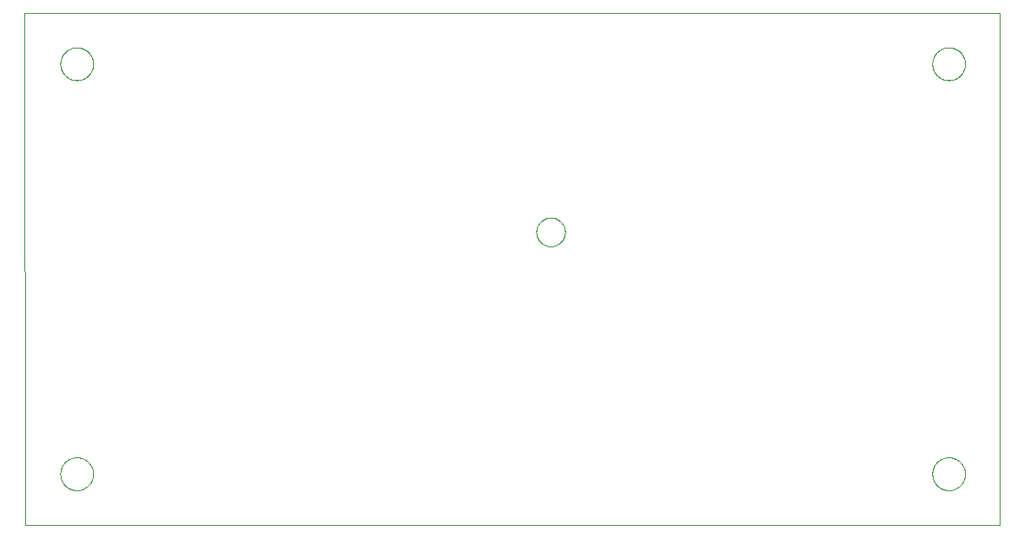
<source format=gko>
G75*
%MOIN*%
%OFA0B0*%
%FSLAX25Y25*%
%IPPOS*%
%LPD*%
%AMOC8*
5,1,8,0,0,1.08239X$1,22.5*
%
%ADD10C,0.00000*%
D10*
X0001328Y0004123D02*
X0001013Y0201013D01*
X0375461Y0201013D01*
X0375383Y0004123D01*
X0001328Y0004123D01*
X0014792Y0023847D02*
X0014794Y0024005D01*
X0014800Y0024163D01*
X0014810Y0024321D01*
X0014824Y0024479D01*
X0014842Y0024636D01*
X0014863Y0024793D01*
X0014889Y0024949D01*
X0014919Y0025105D01*
X0014952Y0025260D01*
X0014990Y0025413D01*
X0015031Y0025566D01*
X0015076Y0025718D01*
X0015125Y0025869D01*
X0015178Y0026018D01*
X0015234Y0026166D01*
X0015294Y0026312D01*
X0015358Y0026457D01*
X0015426Y0026600D01*
X0015497Y0026742D01*
X0015571Y0026882D01*
X0015649Y0027019D01*
X0015731Y0027155D01*
X0015815Y0027289D01*
X0015904Y0027420D01*
X0015995Y0027549D01*
X0016090Y0027676D01*
X0016187Y0027801D01*
X0016288Y0027923D01*
X0016392Y0028042D01*
X0016499Y0028159D01*
X0016609Y0028273D01*
X0016722Y0028384D01*
X0016837Y0028493D01*
X0016955Y0028598D01*
X0017076Y0028700D01*
X0017199Y0028800D01*
X0017325Y0028896D01*
X0017453Y0028989D01*
X0017583Y0029079D01*
X0017716Y0029165D01*
X0017851Y0029249D01*
X0017987Y0029328D01*
X0018126Y0029405D01*
X0018267Y0029477D01*
X0018409Y0029547D01*
X0018553Y0029612D01*
X0018699Y0029674D01*
X0018846Y0029732D01*
X0018995Y0029787D01*
X0019145Y0029838D01*
X0019296Y0029885D01*
X0019448Y0029928D01*
X0019601Y0029967D01*
X0019756Y0030003D01*
X0019911Y0030034D01*
X0020067Y0030062D01*
X0020223Y0030086D01*
X0020380Y0030106D01*
X0020538Y0030122D01*
X0020695Y0030134D01*
X0020854Y0030142D01*
X0021012Y0030146D01*
X0021170Y0030146D01*
X0021328Y0030142D01*
X0021487Y0030134D01*
X0021644Y0030122D01*
X0021802Y0030106D01*
X0021959Y0030086D01*
X0022115Y0030062D01*
X0022271Y0030034D01*
X0022426Y0030003D01*
X0022581Y0029967D01*
X0022734Y0029928D01*
X0022886Y0029885D01*
X0023037Y0029838D01*
X0023187Y0029787D01*
X0023336Y0029732D01*
X0023483Y0029674D01*
X0023629Y0029612D01*
X0023773Y0029547D01*
X0023915Y0029477D01*
X0024056Y0029405D01*
X0024195Y0029328D01*
X0024331Y0029249D01*
X0024466Y0029165D01*
X0024599Y0029079D01*
X0024729Y0028989D01*
X0024857Y0028896D01*
X0024983Y0028800D01*
X0025106Y0028700D01*
X0025227Y0028598D01*
X0025345Y0028493D01*
X0025460Y0028384D01*
X0025573Y0028273D01*
X0025683Y0028159D01*
X0025790Y0028042D01*
X0025894Y0027923D01*
X0025995Y0027801D01*
X0026092Y0027676D01*
X0026187Y0027549D01*
X0026278Y0027420D01*
X0026367Y0027289D01*
X0026451Y0027155D01*
X0026533Y0027019D01*
X0026611Y0026882D01*
X0026685Y0026742D01*
X0026756Y0026600D01*
X0026824Y0026457D01*
X0026888Y0026312D01*
X0026948Y0026166D01*
X0027004Y0026018D01*
X0027057Y0025869D01*
X0027106Y0025718D01*
X0027151Y0025566D01*
X0027192Y0025413D01*
X0027230Y0025260D01*
X0027263Y0025105D01*
X0027293Y0024949D01*
X0027319Y0024793D01*
X0027340Y0024636D01*
X0027358Y0024479D01*
X0027372Y0024321D01*
X0027382Y0024163D01*
X0027388Y0024005D01*
X0027390Y0023847D01*
X0027388Y0023689D01*
X0027382Y0023531D01*
X0027372Y0023373D01*
X0027358Y0023215D01*
X0027340Y0023058D01*
X0027319Y0022901D01*
X0027293Y0022745D01*
X0027263Y0022589D01*
X0027230Y0022434D01*
X0027192Y0022281D01*
X0027151Y0022128D01*
X0027106Y0021976D01*
X0027057Y0021825D01*
X0027004Y0021676D01*
X0026948Y0021528D01*
X0026888Y0021382D01*
X0026824Y0021237D01*
X0026756Y0021094D01*
X0026685Y0020952D01*
X0026611Y0020812D01*
X0026533Y0020675D01*
X0026451Y0020539D01*
X0026367Y0020405D01*
X0026278Y0020274D01*
X0026187Y0020145D01*
X0026092Y0020018D01*
X0025995Y0019893D01*
X0025894Y0019771D01*
X0025790Y0019652D01*
X0025683Y0019535D01*
X0025573Y0019421D01*
X0025460Y0019310D01*
X0025345Y0019201D01*
X0025227Y0019096D01*
X0025106Y0018994D01*
X0024983Y0018894D01*
X0024857Y0018798D01*
X0024729Y0018705D01*
X0024599Y0018615D01*
X0024466Y0018529D01*
X0024331Y0018445D01*
X0024195Y0018366D01*
X0024056Y0018289D01*
X0023915Y0018217D01*
X0023773Y0018147D01*
X0023629Y0018082D01*
X0023483Y0018020D01*
X0023336Y0017962D01*
X0023187Y0017907D01*
X0023037Y0017856D01*
X0022886Y0017809D01*
X0022734Y0017766D01*
X0022581Y0017727D01*
X0022426Y0017691D01*
X0022271Y0017660D01*
X0022115Y0017632D01*
X0021959Y0017608D01*
X0021802Y0017588D01*
X0021644Y0017572D01*
X0021487Y0017560D01*
X0021328Y0017552D01*
X0021170Y0017548D01*
X0021012Y0017548D01*
X0020854Y0017552D01*
X0020695Y0017560D01*
X0020538Y0017572D01*
X0020380Y0017588D01*
X0020223Y0017608D01*
X0020067Y0017632D01*
X0019911Y0017660D01*
X0019756Y0017691D01*
X0019601Y0017727D01*
X0019448Y0017766D01*
X0019296Y0017809D01*
X0019145Y0017856D01*
X0018995Y0017907D01*
X0018846Y0017962D01*
X0018699Y0018020D01*
X0018553Y0018082D01*
X0018409Y0018147D01*
X0018267Y0018217D01*
X0018126Y0018289D01*
X0017987Y0018366D01*
X0017851Y0018445D01*
X0017716Y0018529D01*
X0017583Y0018615D01*
X0017453Y0018705D01*
X0017325Y0018798D01*
X0017199Y0018894D01*
X0017076Y0018994D01*
X0016955Y0019096D01*
X0016837Y0019201D01*
X0016722Y0019310D01*
X0016609Y0019421D01*
X0016499Y0019535D01*
X0016392Y0019652D01*
X0016288Y0019771D01*
X0016187Y0019893D01*
X0016090Y0020018D01*
X0015995Y0020145D01*
X0015904Y0020274D01*
X0015815Y0020405D01*
X0015731Y0020539D01*
X0015649Y0020675D01*
X0015571Y0020812D01*
X0015497Y0020952D01*
X0015426Y0021094D01*
X0015358Y0021237D01*
X0015294Y0021382D01*
X0015234Y0021528D01*
X0015178Y0021676D01*
X0015125Y0021825D01*
X0015076Y0021976D01*
X0015031Y0022128D01*
X0014990Y0022281D01*
X0014952Y0022434D01*
X0014919Y0022589D01*
X0014889Y0022745D01*
X0014863Y0022901D01*
X0014842Y0023058D01*
X0014824Y0023215D01*
X0014810Y0023373D01*
X0014800Y0023531D01*
X0014794Y0023689D01*
X0014792Y0023847D01*
X0197469Y0116761D02*
X0197471Y0116909D01*
X0197477Y0117057D01*
X0197487Y0117205D01*
X0197501Y0117352D01*
X0197519Y0117499D01*
X0197540Y0117645D01*
X0197566Y0117791D01*
X0197596Y0117936D01*
X0197629Y0118080D01*
X0197667Y0118223D01*
X0197708Y0118365D01*
X0197753Y0118506D01*
X0197801Y0118646D01*
X0197854Y0118785D01*
X0197910Y0118922D01*
X0197970Y0119057D01*
X0198033Y0119191D01*
X0198100Y0119323D01*
X0198171Y0119453D01*
X0198245Y0119581D01*
X0198322Y0119707D01*
X0198403Y0119831D01*
X0198487Y0119953D01*
X0198574Y0120072D01*
X0198665Y0120189D01*
X0198759Y0120304D01*
X0198855Y0120416D01*
X0198955Y0120526D01*
X0199057Y0120632D01*
X0199163Y0120736D01*
X0199271Y0120837D01*
X0199382Y0120935D01*
X0199495Y0121031D01*
X0199611Y0121123D01*
X0199729Y0121212D01*
X0199850Y0121297D01*
X0199973Y0121380D01*
X0200098Y0121459D01*
X0200225Y0121535D01*
X0200354Y0121607D01*
X0200485Y0121676D01*
X0200618Y0121741D01*
X0200753Y0121802D01*
X0200889Y0121860D01*
X0201026Y0121915D01*
X0201165Y0121965D01*
X0201306Y0122012D01*
X0201447Y0122055D01*
X0201590Y0122095D01*
X0201734Y0122130D01*
X0201878Y0122162D01*
X0202024Y0122189D01*
X0202170Y0122213D01*
X0202317Y0122233D01*
X0202464Y0122249D01*
X0202611Y0122261D01*
X0202759Y0122269D01*
X0202907Y0122273D01*
X0203055Y0122273D01*
X0203203Y0122269D01*
X0203351Y0122261D01*
X0203498Y0122249D01*
X0203645Y0122233D01*
X0203792Y0122213D01*
X0203938Y0122189D01*
X0204084Y0122162D01*
X0204228Y0122130D01*
X0204372Y0122095D01*
X0204515Y0122055D01*
X0204656Y0122012D01*
X0204797Y0121965D01*
X0204936Y0121915D01*
X0205073Y0121860D01*
X0205209Y0121802D01*
X0205344Y0121741D01*
X0205477Y0121676D01*
X0205608Y0121607D01*
X0205737Y0121535D01*
X0205864Y0121459D01*
X0205989Y0121380D01*
X0206112Y0121297D01*
X0206233Y0121212D01*
X0206351Y0121123D01*
X0206467Y0121031D01*
X0206580Y0120935D01*
X0206691Y0120837D01*
X0206799Y0120736D01*
X0206905Y0120632D01*
X0207007Y0120526D01*
X0207107Y0120416D01*
X0207203Y0120304D01*
X0207297Y0120189D01*
X0207388Y0120072D01*
X0207475Y0119953D01*
X0207559Y0119831D01*
X0207640Y0119707D01*
X0207717Y0119581D01*
X0207791Y0119453D01*
X0207862Y0119323D01*
X0207929Y0119191D01*
X0207992Y0119057D01*
X0208052Y0118922D01*
X0208108Y0118785D01*
X0208161Y0118646D01*
X0208209Y0118506D01*
X0208254Y0118365D01*
X0208295Y0118223D01*
X0208333Y0118080D01*
X0208366Y0117936D01*
X0208396Y0117791D01*
X0208422Y0117645D01*
X0208443Y0117499D01*
X0208461Y0117352D01*
X0208475Y0117205D01*
X0208485Y0117057D01*
X0208491Y0116909D01*
X0208493Y0116761D01*
X0208491Y0116613D01*
X0208485Y0116465D01*
X0208475Y0116317D01*
X0208461Y0116170D01*
X0208443Y0116023D01*
X0208422Y0115877D01*
X0208396Y0115731D01*
X0208366Y0115586D01*
X0208333Y0115442D01*
X0208295Y0115299D01*
X0208254Y0115157D01*
X0208209Y0115016D01*
X0208161Y0114876D01*
X0208108Y0114737D01*
X0208052Y0114600D01*
X0207992Y0114465D01*
X0207929Y0114331D01*
X0207862Y0114199D01*
X0207791Y0114069D01*
X0207717Y0113941D01*
X0207640Y0113815D01*
X0207559Y0113691D01*
X0207475Y0113569D01*
X0207388Y0113450D01*
X0207297Y0113333D01*
X0207203Y0113218D01*
X0207107Y0113106D01*
X0207007Y0112996D01*
X0206905Y0112890D01*
X0206799Y0112786D01*
X0206691Y0112685D01*
X0206580Y0112587D01*
X0206467Y0112491D01*
X0206351Y0112399D01*
X0206233Y0112310D01*
X0206112Y0112225D01*
X0205989Y0112142D01*
X0205864Y0112063D01*
X0205737Y0111987D01*
X0205608Y0111915D01*
X0205477Y0111846D01*
X0205344Y0111781D01*
X0205209Y0111720D01*
X0205073Y0111662D01*
X0204936Y0111607D01*
X0204797Y0111557D01*
X0204656Y0111510D01*
X0204515Y0111467D01*
X0204372Y0111427D01*
X0204228Y0111392D01*
X0204084Y0111360D01*
X0203938Y0111333D01*
X0203792Y0111309D01*
X0203645Y0111289D01*
X0203498Y0111273D01*
X0203351Y0111261D01*
X0203203Y0111253D01*
X0203055Y0111249D01*
X0202907Y0111249D01*
X0202759Y0111253D01*
X0202611Y0111261D01*
X0202464Y0111273D01*
X0202317Y0111289D01*
X0202170Y0111309D01*
X0202024Y0111333D01*
X0201878Y0111360D01*
X0201734Y0111392D01*
X0201590Y0111427D01*
X0201447Y0111467D01*
X0201306Y0111510D01*
X0201165Y0111557D01*
X0201026Y0111607D01*
X0200889Y0111662D01*
X0200753Y0111720D01*
X0200618Y0111781D01*
X0200485Y0111846D01*
X0200354Y0111915D01*
X0200225Y0111987D01*
X0200098Y0112063D01*
X0199973Y0112142D01*
X0199850Y0112225D01*
X0199729Y0112310D01*
X0199611Y0112399D01*
X0199495Y0112491D01*
X0199382Y0112587D01*
X0199271Y0112685D01*
X0199163Y0112786D01*
X0199057Y0112890D01*
X0198955Y0112996D01*
X0198855Y0113106D01*
X0198759Y0113218D01*
X0198665Y0113333D01*
X0198574Y0113450D01*
X0198487Y0113569D01*
X0198403Y0113691D01*
X0198322Y0113815D01*
X0198245Y0113941D01*
X0198171Y0114069D01*
X0198100Y0114199D01*
X0198033Y0114331D01*
X0197970Y0114465D01*
X0197910Y0114600D01*
X0197854Y0114737D01*
X0197801Y0114876D01*
X0197753Y0115016D01*
X0197708Y0115157D01*
X0197667Y0115299D01*
X0197629Y0115442D01*
X0197596Y0115586D01*
X0197566Y0115731D01*
X0197540Y0115877D01*
X0197519Y0116023D01*
X0197501Y0116170D01*
X0197487Y0116317D01*
X0197477Y0116465D01*
X0197471Y0116613D01*
X0197469Y0116761D01*
X0349438Y0181328D02*
X0349440Y0181486D01*
X0349446Y0181644D01*
X0349456Y0181802D01*
X0349470Y0181960D01*
X0349488Y0182117D01*
X0349509Y0182274D01*
X0349535Y0182430D01*
X0349565Y0182586D01*
X0349598Y0182741D01*
X0349636Y0182894D01*
X0349677Y0183047D01*
X0349722Y0183199D01*
X0349771Y0183350D01*
X0349824Y0183499D01*
X0349880Y0183647D01*
X0349940Y0183793D01*
X0350004Y0183938D01*
X0350072Y0184081D01*
X0350143Y0184223D01*
X0350217Y0184363D01*
X0350295Y0184500D01*
X0350377Y0184636D01*
X0350461Y0184770D01*
X0350550Y0184901D01*
X0350641Y0185030D01*
X0350736Y0185157D01*
X0350833Y0185282D01*
X0350934Y0185404D01*
X0351038Y0185523D01*
X0351145Y0185640D01*
X0351255Y0185754D01*
X0351368Y0185865D01*
X0351483Y0185974D01*
X0351601Y0186079D01*
X0351722Y0186181D01*
X0351845Y0186281D01*
X0351971Y0186377D01*
X0352099Y0186470D01*
X0352229Y0186560D01*
X0352362Y0186646D01*
X0352497Y0186730D01*
X0352633Y0186809D01*
X0352772Y0186886D01*
X0352913Y0186958D01*
X0353055Y0187028D01*
X0353199Y0187093D01*
X0353345Y0187155D01*
X0353492Y0187213D01*
X0353641Y0187268D01*
X0353791Y0187319D01*
X0353942Y0187366D01*
X0354094Y0187409D01*
X0354247Y0187448D01*
X0354402Y0187484D01*
X0354557Y0187515D01*
X0354713Y0187543D01*
X0354869Y0187567D01*
X0355026Y0187587D01*
X0355184Y0187603D01*
X0355341Y0187615D01*
X0355500Y0187623D01*
X0355658Y0187627D01*
X0355816Y0187627D01*
X0355974Y0187623D01*
X0356133Y0187615D01*
X0356290Y0187603D01*
X0356448Y0187587D01*
X0356605Y0187567D01*
X0356761Y0187543D01*
X0356917Y0187515D01*
X0357072Y0187484D01*
X0357227Y0187448D01*
X0357380Y0187409D01*
X0357532Y0187366D01*
X0357683Y0187319D01*
X0357833Y0187268D01*
X0357982Y0187213D01*
X0358129Y0187155D01*
X0358275Y0187093D01*
X0358419Y0187028D01*
X0358561Y0186958D01*
X0358702Y0186886D01*
X0358841Y0186809D01*
X0358977Y0186730D01*
X0359112Y0186646D01*
X0359245Y0186560D01*
X0359375Y0186470D01*
X0359503Y0186377D01*
X0359629Y0186281D01*
X0359752Y0186181D01*
X0359873Y0186079D01*
X0359991Y0185974D01*
X0360106Y0185865D01*
X0360219Y0185754D01*
X0360329Y0185640D01*
X0360436Y0185523D01*
X0360540Y0185404D01*
X0360641Y0185282D01*
X0360738Y0185157D01*
X0360833Y0185030D01*
X0360924Y0184901D01*
X0361013Y0184770D01*
X0361097Y0184636D01*
X0361179Y0184500D01*
X0361257Y0184363D01*
X0361331Y0184223D01*
X0361402Y0184081D01*
X0361470Y0183938D01*
X0361534Y0183793D01*
X0361594Y0183647D01*
X0361650Y0183499D01*
X0361703Y0183350D01*
X0361752Y0183199D01*
X0361797Y0183047D01*
X0361838Y0182894D01*
X0361876Y0182741D01*
X0361909Y0182586D01*
X0361939Y0182430D01*
X0361965Y0182274D01*
X0361986Y0182117D01*
X0362004Y0181960D01*
X0362018Y0181802D01*
X0362028Y0181644D01*
X0362034Y0181486D01*
X0362036Y0181328D01*
X0362034Y0181170D01*
X0362028Y0181012D01*
X0362018Y0180854D01*
X0362004Y0180696D01*
X0361986Y0180539D01*
X0361965Y0180382D01*
X0361939Y0180226D01*
X0361909Y0180070D01*
X0361876Y0179915D01*
X0361838Y0179762D01*
X0361797Y0179609D01*
X0361752Y0179457D01*
X0361703Y0179306D01*
X0361650Y0179157D01*
X0361594Y0179009D01*
X0361534Y0178863D01*
X0361470Y0178718D01*
X0361402Y0178575D01*
X0361331Y0178433D01*
X0361257Y0178293D01*
X0361179Y0178156D01*
X0361097Y0178020D01*
X0361013Y0177886D01*
X0360924Y0177755D01*
X0360833Y0177626D01*
X0360738Y0177499D01*
X0360641Y0177374D01*
X0360540Y0177252D01*
X0360436Y0177133D01*
X0360329Y0177016D01*
X0360219Y0176902D01*
X0360106Y0176791D01*
X0359991Y0176682D01*
X0359873Y0176577D01*
X0359752Y0176475D01*
X0359629Y0176375D01*
X0359503Y0176279D01*
X0359375Y0176186D01*
X0359245Y0176096D01*
X0359112Y0176010D01*
X0358977Y0175926D01*
X0358841Y0175847D01*
X0358702Y0175770D01*
X0358561Y0175698D01*
X0358419Y0175628D01*
X0358275Y0175563D01*
X0358129Y0175501D01*
X0357982Y0175443D01*
X0357833Y0175388D01*
X0357683Y0175337D01*
X0357532Y0175290D01*
X0357380Y0175247D01*
X0357227Y0175208D01*
X0357072Y0175172D01*
X0356917Y0175141D01*
X0356761Y0175113D01*
X0356605Y0175089D01*
X0356448Y0175069D01*
X0356290Y0175053D01*
X0356133Y0175041D01*
X0355974Y0175033D01*
X0355816Y0175029D01*
X0355658Y0175029D01*
X0355500Y0175033D01*
X0355341Y0175041D01*
X0355184Y0175053D01*
X0355026Y0175069D01*
X0354869Y0175089D01*
X0354713Y0175113D01*
X0354557Y0175141D01*
X0354402Y0175172D01*
X0354247Y0175208D01*
X0354094Y0175247D01*
X0353942Y0175290D01*
X0353791Y0175337D01*
X0353641Y0175388D01*
X0353492Y0175443D01*
X0353345Y0175501D01*
X0353199Y0175563D01*
X0353055Y0175628D01*
X0352913Y0175698D01*
X0352772Y0175770D01*
X0352633Y0175847D01*
X0352497Y0175926D01*
X0352362Y0176010D01*
X0352229Y0176096D01*
X0352099Y0176186D01*
X0351971Y0176279D01*
X0351845Y0176375D01*
X0351722Y0176475D01*
X0351601Y0176577D01*
X0351483Y0176682D01*
X0351368Y0176791D01*
X0351255Y0176902D01*
X0351145Y0177016D01*
X0351038Y0177133D01*
X0350934Y0177252D01*
X0350833Y0177374D01*
X0350736Y0177499D01*
X0350641Y0177626D01*
X0350550Y0177755D01*
X0350461Y0177886D01*
X0350377Y0178020D01*
X0350295Y0178156D01*
X0350217Y0178293D01*
X0350143Y0178433D01*
X0350072Y0178575D01*
X0350004Y0178718D01*
X0349940Y0178863D01*
X0349880Y0179009D01*
X0349824Y0179157D01*
X0349771Y0179306D01*
X0349722Y0179457D01*
X0349677Y0179609D01*
X0349636Y0179762D01*
X0349598Y0179915D01*
X0349565Y0180070D01*
X0349535Y0180226D01*
X0349509Y0180382D01*
X0349488Y0180539D01*
X0349470Y0180696D01*
X0349456Y0180854D01*
X0349446Y0181012D01*
X0349440Y0181170D01*
X0349438Y0181328D01*
X0349438Y0023847D02*
X0349440Y0024005D01*
X0349446Y0024163D01*
X0349456Y0024321D01*
X0349470Y0024479D01*
X0349488Y0024636D01*
X0349509Y0024793D01*
X0349535Y0024949D01*
X0349565Y0025105D01*
X0349598Y0025260D01*
X0349636Y0025413D01*
X0349677Y0025566D01*
X0349722Y0025718D01*
X0349771Y0025869D01*
X0349824Y0026018D01*
X0349880Y0026166D01*
X0349940Y0026312D01*
X0350004Y0026457D01*
X0350072Y0026600D01*
X0350143Y0026742D01*
X0350217Y0026882D01*
X0350295Y0027019D01*
X0350377Y0027155D01*
X0350461Y0027289D01*
X0350550Y0027420D01*
X0350641Y0027549D01*
X0350736Y0027676D01*
X0350833Y0027801D01*
X0350934Y0027923D01*
X0351038Y0028042D01*
X0351145Y0028159D01*
X0351255Y0028273D01*
X0351368Y0028384D01*
X0351483Y0028493D01*
X0351601Y0028598D01*
X0351722Y0028700D01*
X0351845Y0028800D01*
X0351971Y0028896D01*
X0352099Y0028989D01*
X0352229Y0029079D01*
X0352362Y0029165D01*
X0352497Y0029249D01*
X0352633Y0029328D01*
X0352772Y0029405D01*
X0352913Y0029477D01*
X0353055Y0029547D01*
X0353199Y0029612D01*
X0353345Y0029674D01*
X0353492Y0029732D01*
X0353641Y0029787D01*
X0353791Y0029838D01*
X0353942Y0029885D01*
X0354094Y0029928D01*
X0354247Y0029967D01*
X0354402Y0030003D01*
X0354557Y0030034D01*
X0354713Y0030062D01*
X0354869Y0030086D01*
X0355026Y0030106D01*
X0355184Y0030122D01*
X0355341Y0030134D01*
X0355500Y0030142D01*
X0355658Y0030146D01*
X0355816Y0030146D01*
X0355974Y0030142D01*
X0356133Y0030134D01*
X0356290Y0030122D01*
X0356448Y0030106D01*
X0356605Y0030086D01*
X0356761Y0030062D01*
X0356917Y0030034D01*
X0357072Y0030003D01*
X0357227Y0029967D01*
X0357380Y0029928D01*
X0357532Y0029885D01*
X0357683Y0029838D01*
X0357833Y0029787D01*
X0357982Y0029732D01*
X0358129Y0029674D01*
X0358275Y0029612D01*
X0358419Y0029547D01*
X0358561Y0029477D01*
X0358702Y0029405D01*
X0358841Y0029328D01*
X0358977Y0029249D01*
X0359112Y0029165D01*
X0359245Y0029079D01*
X0359375Y0028989D01*
X0359503Y0028896D01*
X0359629Y0028800D01*
X0359752Y0028700D01*
X0359873Y0028598D01*
X0359991Y0028493D01*
X0360106Y0028384D01*
X0360219Y0028273D01*
X0360329Y0028159D01*
X0360436Y0028042D01*
X0360540Y0027923D01*
X0360641Y0027801D01*
X0360738Y0027676D01*
X0360833Y0027549D01*
X0360924Y0027420D01*
X0361013Y0027289D01*
X0361097Y0027155D01*
X0361179Y0027019D01*
X0361257Y0026882D01*
X0361331Y0026742D01*
X0361402Y0026600D01*
X0361470Y0026457D01*
X0361534Y0026312D01*
X0361594Y0026166D01*
X0361650Y0026018D01*
X0361703Y0025869D01*
X0361752Y0025718D01*
X0361797Y0025566D01*
X0361838Y0025413D01*
X0361876Y0025260D01*
X0361909Y0025105D01*
X0361939Y0024949D01*
X0361965Y0024793D01*
X0361986Y0024636D01*
X0362004Y0024479D01*
X0362018Y0024321D01*
X0362028Y0024163D01*
X0362034Y0024005D01*
X0362036Y0023847D01*
X0362034Y0023689D01*
X0362028Y0023531D01*
X0362018Y0023373D01*
X0362004Y0023215D01*
X0361986Y0023058D01*
X0361965Y0022901D01*
X0361939Y0022745D01*
X0361909Y0022589D01*
X0361876Y0022434D01*
X0361838Y0022281D01*
X0361797Y0022128D01*
X0361752Y0021976D01*
X0361703Y0021825D01*
X0361650Y0021676D01*
X0361594Y0021528D01*
X0361534Y0021382D01*
X0361470Y0021237D01*
X0361402Y0021094D01*
X0361331Y0020952D01*
X0361257Y0020812D01*
X0361179Y0020675D01*
X0361097Y0020539D01*
X0361013Y0020405D01*
X0360924Y0020274D01*
X0360833Y0020145D01*
X0360738Y0020018D01*
X0360641Y0019893D01*
X0360540Y0019771D01*
X0360436Y0019652D01*
X0360329Y0019535D01*
X0360219Y0019421D01*
X0360106Y0019310D01*
X0359991Y0019201D01*
X0359873Y0019096D01*
X0359752Y0018994D01*
X0359629Y0018894D01*
X0359503Y0018798D01*
X0359375Y0018705D01*
X0359245Y0018615D01*
X0359112Y0018529D01*
X0358977Y0018445D01*
X0358841Y0018366D01*
X0358702Y0018289D01*
X0358561Y0018217D01*
X0358419Y0018147D01*
X0358275Y0018082D01*
X0358129Y0018020D01*
X0357982Y0017962D01*
X0357833Y0017907D01*
X0357683Y0017856D01*
X0357532Y0017809D01*
X0357380Y0017766D01*
X0357227Y0017727D01*
X0357072Y0017691D01*
X0356917Y0017660D01*
X0356761Y0017632D01*
X0356605Y0017608D01*
X0356448Y0017588D01*
X0356290Y0017572D01*
X0356133Y0017560D01*
X0355974Y0017552D01*
X0355816Y0017548D01*
X0355658Y0017548D01*
X0355500Y0017552D01*
X0355341Y0017560D01*
X0355184Y0017572D01*
X0355026Y0017588D01*
X0354869Y0017608D01*
X0354713Y0017632D01*
X0354557Y0017660D01*
X0354402Y0017691D01*
X0354247Y0017727D01*
X0354094Y0017766D01*
X0353942Y0017809D01*
X0353791Y0017856D01*
X0353641Y0017907D01*
X0353492Y0017962D01*
X0353345Y0018020D01*
X0353199Y0018082D01*
X0353055Y0018147D01*
X0352913Y0018217D01*
X0352772Y0018289D01*
X0352633Y0018366D01*
X0352497Y0018445D01*
X0352362Y0018529D01*
X0352229Y0018615D01*
X0352099Y0018705D01*
X0351971Y0018798D01*
X0351845Y0018894D01*
X0351722Y0018994D01*
X0351601Y0019096D01*
X0351483Y0019201D01*
X0351368Y0019310D01*
X0351255Y0019421D01*
X0351145Y0019535D01*
X0351038Y0019652D01*
X0350934Y0019771D01*
X0350833Y0019893D01*
X0350736Y0020018D01*
X0350641Y0020145D01*
X0350550Y0020274D01*
X0350461Y0020405D01*
X0350377Y0020539D01*
X0350295Y0020675D01*
X0350217Y0020812D01*
X0350143Y0020952D01*
X0350072Y0021094D01*
X0350004Y0021237D01*
X0349940Y0021382D01*
X0349880Y0021528D01*
X0349824Y0021676D01*
X0349771Y0021825D01*
X0349722Y0021976D01*
X0349677Y0022128D01*
X0349636Y0022281D01*
X0349598Y0022434D01*
X0349565Y0022589D01*
X0349535Y0022745D01*
X0349509Y0022901D01*
X0349488Y0023058D01*
X0349470Y0023215D01*
X0349456Y0023373D01*
X0349446Y0023531D01*
X0349440Y0023689D01*
X0349438Y0023847D01*
X0014792Y0181328D02*
X0014794Y0181486D01*
X0014800Y0181644D01*
X0014810Y0181802D01*
X0014824Y0181960D01*
X0014842Y0182117D01*
X0014863Y0182274D01*
X0014889Y0182430D01*
X0014919Y0182586D01*
X0014952Y0182741D01*
X0014990Y0182894D01*
X0015031Y0183047D01*
X0015076Y0183199D01*
X0015125Y0183350D01*
X0015178Y0183499D01*
X0015234Y0183647D01*
X0015294Y0183793D01*
X0015358Y0183938D01*
X0015426Y0184081D01*
X0015497Y0184223D01*
X0015571Y0184363D01*
X0015649Y0184500D01*
X0015731Y0184636D01*
X0015815Y0184770D01*
X0015904Y0184901D01*
X0015995Y0185030D01*
X0016090Y0185157D01*
X0016187Y0185282D01*
X0016288Y0185404D01*
X0016392Y0185523D01*
X0016499Y0185640D01*
X0016609Y0185754D01*
X0016722Y0185865D01*
X0016837Y0185974D01*
X0016955Y0186079D01*
X0017076Y0186181D01*
X0017199Y0186281D01*
X0017325Y0186377D01*
X0017453Y0186470D01*
X0017583Y0186560D01*
X0017716Y0186646D01*
X0017851Y0186730D01*
X0017987Y0186809D01*
X0018126Y0186886D01*
X0018267Y0186958D01*
X0018409Y0187028D01*
X0018553Y0187093D01*
X0018699Y0187155D01*
X0018846Y0187213D01*
X0018995Y0187268D01*
X0019145Y0187319D01*
X0019296Y0187366D01*
X0019448Y0187409D01*
X0019601Y0187448D01*
X0019756Y0187484D01*
X0019911Y0187515D01*
X0020067Y0187543D01*
X0020223Y0187567D01*
X0020380Y0187587D01*
X0020538Y0187603D01*
X0020695Y0187615D01*
X0020854Y0187623D01*
X0021012Y0187627D01*
X0021170Y0187627D01*
X0021328Y0187623D01*
X0021487Y0187615D01*
X0021644Y0187603D01*
X0021802Y0187587D01*
X0021959Y0187567D01*
X0022115Y0187543D01*
X0022271Y0187515D01*
X0022426Y0187484D01*
X0022581Y0187448D01*
X0022734Y0187409D01*
X0022886Y0187366D01*
X0023037Y0187319D01*
X0023187Y0187268D01*
X0023336Y0187213D01*
X0023483Y0187155D01*
X0023629Y0187093D01*
X0023773Y0187028D01*
X0023915Y0186958D01*
X0024056Y0186886D01*
X0024195Y0186809D01*
X0024331Y0186730D01*
X0024466Y0186646D01*
X0024599Y0186560D01*
X0024729Y0186470D01*
X0024857Y0186377D01*
X0024983Y0186281D01*
X0025106Y0186181D01*
X0025227Y0186079D01*
X0025345Y0185974D01*
X0025460Y0185865D01*
X0025573Y0185754D01*
X0025683Y0185640D01*
X0025790Y0185523D01*
X0025894Y0185404D01*
X0025995Y0185282D01*
X0026092Y0185157D01*
X0026187Y0185030D01*
X0026278Y0184901D01*
X0026367Y0184770D01*
X0026451Y0184636D01*
X0026533Y0184500D01*
X0026611Y0184363D01*
X0026685Y0184223D01*
X0026756Y0184081D01*
X0026824Y0183938D01*
X0026888Y0183793D01*
X0026948Y0183647D01*
X0027004Y0183499D01*
X0027057Y0183350D01*
X0027106Y0183199D01*
X0027151Y0183047D01*
X0027192Y0182894D01*
X0027230Y0182741D01*
X0027263Y0182586D01*
X0027293Y0182430D01*
X0027319Y0182274D01*
X0027340Y0182117D01*
X0027358Y0181960D01*
X0027372Y0181802D01*
X0027382Y0181644D01*
X0027388Y0181486D01*
X0027390Y0181328D01*
X0027388Y0181170D01*
X0027382Y0181012D01*
X0027372Y0180854D01*
X0027358Y0180696D01*
X0027340Y0180539D01*
X0027319Y0180382D01*
X0027293Y0180226D01*
X0027263Y0180070D01*
X0027230Y0179915D01*
X0027192Y0179762D01*
X0027151Y0179609D01*
X0027106Y0179457D01*
X0027057Y0179306D01*
X0027004Y0179157D01*
X0026948Y0179009D01*
X0026888Y0178863D01*
X0026824Y0178718D01*
X0026756Y0178575D01*
X0026685Y0178433D01*
X0026611Y0178293D01*
X0026533Y0178156D01*
X0026451Y0178020D01*
X0026367Y0177886D01*
X0026278Y0177755D01*
X0026187Y0177626D01*
X0026092Y0177499D01*
X0025995Y0177374D01*
X0025894Y0177252D01*
X0025790Y0177133D01*
X0025683Y0177016D01*
X0025573Y0176902D01*
X0025460Y0176791D01*
X0025345Y0176682D01*
X0025227Y0176577D01*
X0025106Y0176475D01*
X0024983Y0176375D01*
X0024857Y0176279D01*
X0024729Y0176186D01*
X0024599Y0176096D01*
X0024466Y0176010D01*
X0024331Y0175926D01*
X0024195Y0175847D01*
X0024056Y0175770D01*
X0023915Y0175698D01*
X0023773Y0175628D01*
X0023629Y0175563D01*
X0023483Y0175501D01*
X0023336Y0175443D01*
X0023187Y0175388D01*
X0023037Y0175337D01*
X0022886Y0175290D01*
X0022734Y0175247D01*
X0022581Y0175208D01*
X0022426Y0175172D01*
X0022271Y0175141D01*
X0022115Y0175113D01*
X0021959Y0175089D01*
X0021802Y0175069D01*
X0021644Y0175053D01*
X0021487Y0175041D01*
X0021328Y0175033D01*
X0021170Y0175029D01*
X0021012Y0175029D01*
X0020854Y0175033D01*
X0020695Y0175041D01*
X0020538Y0175053D01*
X0020380Y0175069D01*
X0020223Y0175089D01*
X0020067Y0175113D01*
X0019911Y0175141D01*
X0019756Y0175172D01*
X0019601Y0175208D01*
X0019448Y0175247D01*
X0019296Y0175290D01*
X0019145Y0175337D01*
X0018995Y0175388D01*
X0018846Y0175443D01*
X0018699Y0175501D01*
X0018553Y0175563D01*
X0018409Y0175628D01*
X0018267Y0175698D01*
X0018126Y0175770D01*
X0017987Y0175847D01*
X0017851Y0175926D01*
X0017716Y0176010D01*
X0017583Y0176096D01*
X0017453Y0176186D01*
X0017325Y0176279D01*
X0017199Y0176375D01*
X0017076Y0176475D01*
X0016955Y0176577D01*
X0016837Y0176682D01*
X0016722Y0176791D01*
X0016609Y0176902D01*
X0016499Y0177016D01*
X0016392Y0177133D01*
X0016288Y0177252D01*
X0016187Y0177374D01*
X0016090Y0177499D01*
X0015995Y0177626D01*
X0015904Y0177755D01*
X0015815Y0177886D01*
X0015731Y0178020D01*
X0015649Y0178156D01*
X0015571Y0178293D01*
X0015497Y0178433D01*
X0015426Y0178575D01*
X0015358Y0178718D01*
X0015294Y0178863D01*
X0015234Y0179009D01*
X0015178Y0179157D01*
X0015125Y0179306D01*
X0015076Y0179457D01*
X0015031Y0179609D01*
X0014990Y0179762D01*
X0014952Y0179915D01*
X0014919Y0180070D01*
X0014889Y0180226D01*
X0014863Y0180382D01*
X0014842Y0180539D01*
X0014824Y0180696D01*
X0014810Y0180854D01*
X0014800Y0181012D01*
X0014794Y0181170D01*
X0014792Y0181328D01*
M02*

</source>
